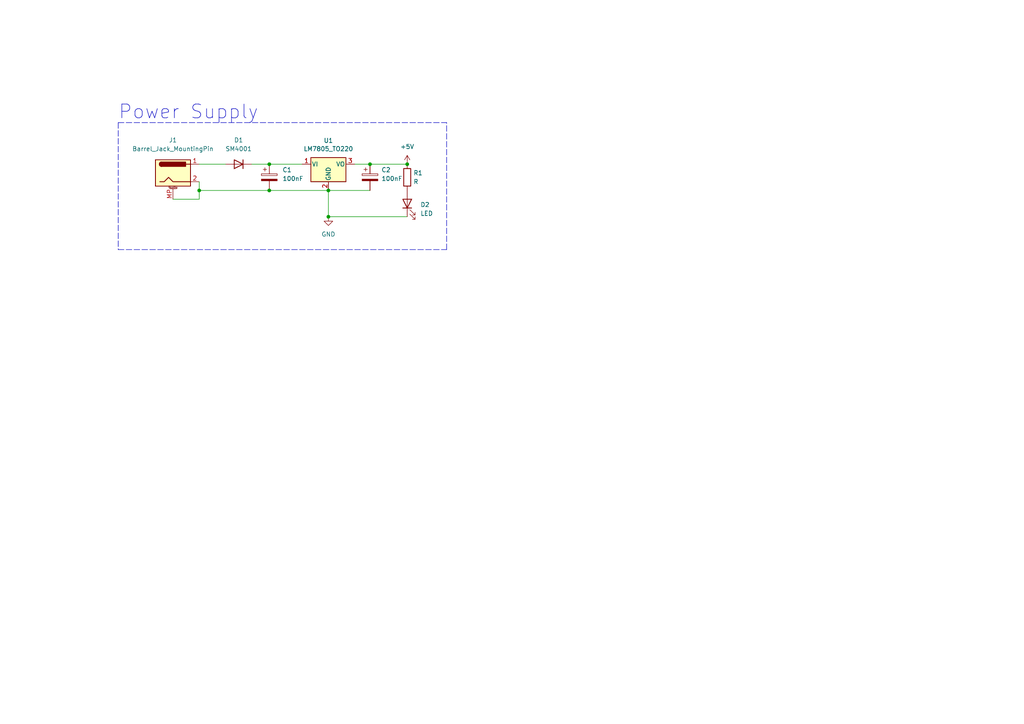
<source format=kicad_sch>
(kicad_sch (version 20211123) (generator eeschema)

  (uuid 2b3cd5ed-0fe7-4889-aa68-70d64377e4c2)

  (paper "A4")

  (lib_symbols
    (symbol "Connector:Barrel_Jack_MountingPin" (pin_names hide) (in_bom yes) (on_board yes)
      (property "Reference" "J" (id 0) (at 0 5.334 0)
        (effects (font (size 1.27 1.27)))
      )
      (property "Value" "Barrel_Jack_MountingPin" (id 1) (at 1.27 -6.35 0)
        (effects (font (size 1.27 1.27)) (justify left))
      )
      (property "Footprint" "" (id 2) (at 1.27 -1.016 0)
        (effects (font (size 1.27 1.27)) hide)
      )
      (property "Datasheet" "~" (id 3) (at 1.27 -1.016 0)
        (effects (font (size 1.27 1.27)) hide)
      )
      (property "ki_keywords" "DC power barrel jack connector" (id 4) (at 0 0 0)
        (effects (font (size 1.27 1.27)) hide)
      )
      (property "ki_description" "DC Barrel Jack with a mounting pin" (id 5) (at 0 0 0)
        (effects (font (size 1.27 1.27)) hide)
      )
      (property "ki_fp_filters" "BarrelJack*" (id 6) (at 0 0 0)
        (effects (font (size 1.27 1.27)) hide)
      )
      (symbol "Barrel_Jack_MountingPin_0_1"
        (rectangle (start -5.08 3.81) (end 5.08 -3.81)
          (stroke (width 0.254) (type default) (color 0 0 0 0))
          (fill (type background))
        )
        (arc (start -3.302 3.175) (mid -3.937 2.54) (end -3.302 1.905)
          (stroke (width 0.254) (type default) (color 0 0 0 0))
          (fill (type none))
        )
        (arc (start -3.302 3.175) (mid -3.937 2.54) (end -3.302 1.905)
          (stroke (width 0.254) (type default) (color 0 0 0 0))
          (fill (type outline))
        )
        (polyline
          (pts
            (xy 5.08 2.54)
            (xy 3.81 2.54)
          )
          (stroke (width 0.254) (type default) (color 0 0 0 0))
          (fill (type none))
        )
        (polyline
          (pts
            (xy -3.81 -2.54)
            (xy -2.54 -2.54)
            (xy -1.27 -1.27)
            (xy 0 -2.54)
            (xy 2.54 -2.54)
            (xy 5.08 -2.54)
          )
          (stroke (width 0.254) (type default) (color 0 0 0 0))
          (fill (type none))
        )
        (rectangle (start 3.683 3.175) (end -3.302 1.905)
          (stroke (width 0.254) (type default) (color 0 0 0 0))
          (fill (type outline))
        )
      )
      (symbol "Barrel_Jack_MountingPin_1_1"
        (polyline
          (pts
            (xy -1.016 -4.572)
            (xy 1.016 -4.572)
          )
          (stroke (width 0.1524) (type default) (color 0 0 0 0))
          (fill (type none))
        )
        (text "Mounting" (at 0 -4.191 0)
          (effects (font (size 0.381 0.381)))
        )
        (pin passive line (at 7.62 2.54 180) (length 2.54)
          (name "~" (effects (font (size 1.27 1.27))))
          (number "1" (effects (font (size 1.27 1.27))))
        )
        (pin passive line (at 7.62 -2.54 180) (length 2.54)
          (name "~" (effects (font (size 1.27 1.27))))
          (number "2" (effects (font (size 1.27 1.27))))
        )
        (pin passive line (at 0 -7.62 90) (length 3.048)
          (name "MountPin" (effects (font (size 1.27 1.27))))
          (number "MP" (effects (font (size 1.27 1.27))))
        )
      )
    )
    (symbol "Device:C_Polarized" (pin_numbers hide) (pin_names (offset 0.254)) (in_bom yes) (on_board yes)
      (property "Reference" "C" (id 0) (at 0.635 2.54 0)
        (effects (font (size 1.27 1.27)) (justify left))
      )
      (property "Value" "C_Polarized" (id 1) (at 0.635 -2.54 0)
        (effects (font (size 1.27 1.27)) (justify left))
      )
      (property "Footprint" "" (id 2) (at 0.9652 -3.81 0)
        (effects (font (size 1.27 1.27)) hide)
      )
      (property "Datasheet" "~" (id 3) (at 0 0 0)
        (effects (font (size 1.27 1.27)) hide)
      )
      (property "ki_keywords" "cap capacitor" (id 4) (at 0 0 0)
        (effects (font (size 1.27 1.27)) hide)
      )
      (property "ki_description" "Polarized capacitor" (id 5) (at 0 0 0)
        (effects (font (size 1.27 1.27)) hide)
      )
      (property "ki_fp_filters" "CP_*" (id 6) (at 0 0 0)
        (effects (font (size 1.27 1.27)) hide)
      )
      (symbol "C_Polarized_0_1"
        (rectangle (start -2.286 0.508) (end 2.286 1.016)
          (stroke (width 0) (type default) (color 0 0 0 0))
          (fill (type none))
        )
        (polyline
          (pts
            (xy -1.778 2.286)
            (xy -0.762 2.286)
          )
          (stroke (width 0) (type default) (color 0 0 0 0))
          (fill (type none))
        )
        (polyline
          (pts
            (xy -1.27 2.794)
            (xy -1.27 1.778)
          )
          (stroke (width 0) (type default) (color 0 0 0 0))
          (fill (type none))
        )
        (rectangle (start 2.286 -0.508) (end -2.286 -1.016)
          (stroke (width 0) (type default) (color 0 0 0 0))
          (fill (type outline))
        )
      )
      (symbol "C_Polarized_1_1"
        (pin passive line (at 0 3.81 270) (length 2.794)
          (name "~" (effects (font (size 1.27 1.27))))
          (number "1" (effects (font (size 1.27 1.27))))
        )
        (pin passive line (at 0 -3.81 90) (length 2.794)
          (name "~" (effects (font (size 1.27 1.27))))
          (number "2" (effects (font (size 1.27 1.27))))
        )
      )
    )
    (symbol "Device:LED" (pin_numbers hide) (pin_names (offset 1.016) hide) (in_bom yes) (on_board yes)
      (property "Reference" "D" (id 0) (at 0 2.54 0)
        (effects (font (size 1.27 1.27)))
      )
      (property "Value" "LED" (id 1) (at 0 -2.54 0)
        (effects (font (size 1.27 1.27)))
      )
      (property "Footprint" "" (id 2) (at 0 0 0)
        (effects (font (size 1.27 1.27)) hide)
      )
      (property "Datasheet" "~" (id 3) (at 0 0 0)
        (effects (font (size 1.27 1.27)) hide)
      )
      (property "ki_keywords" "LED diode" (id 4) (at 0 0 0)
        (effects (font (size 1.27 1.27)) hide)
      )
      (property "ki_description" "Light emitting diode" (id 5) (at 0 0 0)
        (effects (font (size 1.27 1.27)) hide)
      )
      (property "ki_fp_filters" "LED* LED_SMD:* LED_THT:*" (id 6) (at 0 0 0)
        (effects (font (size 1.27 1.27)) hide)
      )
      (symbol "LED_0_1"
        (polyline
          (pts
            (xy -1.27 -1.27)
            (xy -1.27 1.27)
          )
          (stroke (width 0.254) (type default) (color 0 0 0 0))
          (fill (type none))
        )
        (polyline
          (pts
            (xy -1.27 0)
            (xy 1.27 0)
          )
          (stroke (width 0) (type default) (color 0 0 0 0))
          (fill (type none))
        )
        (polyline
          (pts
            (xy 1.27 -1.27)
            (xy 1.27 1.27)
            (xy -1.27 0)
            (xy 1.27 -1.27)
          )
          (stroke (width 0.254) (type default) (color 0 0 0 0))
          (fill (type none))
        )
        (polyline
          (pts
            (xy -3.048 -0.762)
            (xy -4.572 -2.286)
            (xy -3.81 -2.286)
            (xy -4.572 -2.286)
            (xy -4.572 -1.524)
          )
          (stroke (width 0) (type default) (color 0 0 0 0))
          (fill (type none))
        )
        (polyline
          (pts
            (xy -1.778 -0.762)
            (xy -3.302 -2.286)
            (xy -2.54 -2.286)
            (xy -3.302 -2.286)
            (xy -3.302 -1.524)
          )
          (stroke (width 0) (type default) (color 0 0 0 0))
          (fill (type none))
        )
      )
      (symbol "LED_1_1"
        (pin passive line (at -3.81 0 0) (length 2.54)
          (name "K" (effects (font (size 1.27 1.27))))
          (number "1" (effects (font (size 1.27 1.27))))
        )
        (pin passive line (at 3.81 0 180) (length 2.54)
          (name "A" (effects (font (size 1.27 1.27))))
          (number "2" (effects (font (size 1.27 1.27))))
        )
      )
    )
    (symbol "Device:R" (pin_numbers hide) (pin_names (offset 0)) (in_bom yes) (on_board yes)
      (property "Reference" "R" (id 0) (at 2.032 0 90)
        (effects (font (size 1.27 1.27)))
      )
      (property "Value" "R" (id 1) (at 0 0 90)
        (effects (font (size 1.27 1.27)))
      )
      (property "Footprint" "" (id 2) (at -1.778 0 90)
        (effects (font (size 1.27 1.27)) hide)
      )
      (property "Datasheet" "~" (id 3) (at 0 0 0)
        (effects (font (size 1.27 1.27)) hide)
      )
      (property "ki_keywords" "R res resistor" (id 4) (at 0 0 0)
        (effects (font (size 1.27 1.27)) hide)
      )
      (property "ki_description" "Resistor" (id 5) (at 0 0 0)
        (effects (font (size 1.27 1.27)) hide)
      )
      (property "ki_fp_filters" "R_*" (id 6) (at 0 0 0)
        (effects (font (size 1.27 1.27)) hide)
      )
      (symbol "R_0_1"
        (rectangle (start -1.016 -2.54) (end 1.016 2.54)
          (stroke (width 0.254) (type default) (color 0 0 0 0))
          (fill (type none))
        )
      )
      (symbol "R_1_1"
        (pin passive line (at 0 3.81 270) (length 1.27)
          (name "~" (effects (font (size 1.27 1.27))))
          (number "1" (effects (font (size 1.27 1.27))))
        )
        (pin passive line (at 0 -3.81 90) (length 1.27)
          (name "~" (effects (font (size 1.27 1.27))))
          (number "2" (effects (font (size 1.27 1.27))))
        )
      )
    )
    (symbol "Diode:SM4001" (pin_numbers hide) (pin_names (offset 1.016) hide) (in_bom yes) (on_board yes)
      (property "Reference" "D" (id 0) (at 0 2.54 0)
        (effects (font (size 1.27 1.27)))
      )
      (property "Value" "SM4001" (id 1) (at 0 -2.54 0)
        (effects (font (size 1.27 1.27)))
      )
      (property "Footprint" "Diode_SMD:D_MELF" (id 2) (at 0 -4.445 0)
        (effects (font (size 1.27 1.27)) hide)
      )
      (property "Datasheet" "http://cdn-reichelt.de/documents/datenblatt/A400/SMD1N400%23DIO.pdf" (id 3) (at 0 0 0)
        (effects (font (size 1.27 1.27)) hide)
      )
      (property "ki_keywords" "diode" (id 4) (at 0 0 0)
        (effects (font (size 1.27 1.27)) hide)
      )
      (property "ki_description" "50V 1A General Purpose Rectifier Diode, MELF" (id 5) (at 0 0 0)
        (effects (font (size 1.27 1.27)) hide)
      )
      (property "ki_fp_filters" "D*MELF*" (id 6) (at 0 0 0)
        (effects (font (size 1.27 1.27)) hide)
      )
      (symbol "SM4001_0_1"
        (polyline
          (pts
            (xy -1.27 1.27)
            (xy -1.27 -1.27)
          )
          (stroke (width 0.254) (type default) (color 0 0 0 0))
          (fill (type none))
        )
        (polyline
          (pts
            (xy 1.27 0)
            (xy -1.27 0)
          )
          (stroke (width 0) (type default) (color 0 0 0 0))
          (fill (type none))
        )
        (polyline
          (pts
            (xy 1.27 1.27)
            (xy 1.27 -1.27)
            (xy -1.27 0)
            (xy 1.27 1.27)
          )
          (stroke (width 0.254) (type default) (color 0 0 0 0))
          (fill (type none))
        )
      )
      (symbol "SM4001_1_1"
        (pin passive line (at -3.81 0 0) (length 2.54)
          (name "K" (effects (font (size 1.27 1.27))))
          (number "1" (effects (font (size 1.27 1.27))))
        )
        (pin passive line (at 3.81 0 180) (length 2.54)
          (name "A" (effects (font (size 1.27 1.27))))
          (number "2" (effects (font (size 1.27 1.27))))
        )
      )
    )
    (symbol "Regulator_Linear:LM7805_TO220" (pin_names (offset 0.254)) (in_bom yes) (on_board yes)
      (property "Reference" "U" (id 0) (at -3.81 3.175 0)
        (effects (font (size 1.27 1.27)))
      )
      (property "Value" "LM7805_TO220" (id 1) (at 0 3.175 0)
        (effects (font (size 1.27 1.27)) (justify left))
      )
      (property "Footprint" "Package_TO_SOT_THT:TO-220-3_Vertical" (id 2) (at 0 5.715 0)
        (effects (font (size 1.27 1.27) italic) hide)
      )
      (property "Datasheet" "https://www.onsemi.cn/PowerSolutions/document/MC7800-D.PDF" (id 3) (at 0 -1.27 0)
        (effects (font (size 1.27 1.27)) hide)
      )
      (property "ki_keywords" "Voltage Regulator 1A Positive" (id 4) (at 0 0 0)
        (effects (font (size 1.27 1.27)) hide)
      )
      (property "ki_description" "Positive 1A 35V Linear Regulator, Fixed Output 5V, TO-220" (id 5) (at 0 0 0)
        (effects (font (size 1.27 1.27)) hide)
      )
      (property "ki_fp_filters" "TO?220*" (id 6) (at 0 0 0)
        (effects (font (size 1.27 1.27)) hide)
      )
      (symbol "LM7805_TO220_0_1"
        (rectangle (start -5.08 1.905) (end 5.08 -5.08)
          (stroke (width 0.254) (type default) (color 0 0 0 0))
          (fill (type background))
        )
      )
      (symbol "LM7805_TO220_1_1"
        (pin power_in line (at -7.62 0 0) (length 2.54)
          (name "VI" (effects (font (size 1.27 1.27))))
          (number "1" (effects (font (size 1.27 1.27))))
        )
        (pin power_in line (at 0 -7.62 90) (length 2.54)
          (name "GND" (effects (font (size 1.27 1.27))))
          (number "2" (effects (font (size 1.27 1.27))))
        )
        (pin power_out line (at 7.62 0 180) (length 2.54)
          (name "VO" (effects (font (size 1.27 1.27))))
          (number "3" (effects (font (size 1.27 1.27))))
        )
      )
    )
    (symbol "power:+5V" (power) (pin_names (offset 0)) (in_bom yes) (on_board yes)
      (property "Reference" "#PWR" (id 0) (at 0 -3.81 0)
        (effects (font (size 1.27 1.27)) hide)
      )
      (property "Value" "+5V" (id 1) (at 0 3.556 0)
        (effects (font (size 1.27 1.27)))
      )
      (property "Footprint" "" (id 2) (at 0 0 0)
        (effects (font (size 1.27 1.27)) hide)
      )
      (property "Datasheet" "" (id 3) (at 0 0 0)
        (effects (font (size 1.27 1.27)) hide)
      )
      (property "ki_keywords" "power-flag" (id 4) (at 0 0 0)
        (effects (font (size 1.27 1.27)) hide)
      )
      (property "ki_description" "Power symbol creates a global label with name \"+5V\"" (id 5) (at 0 0 0)
        (effects (font (size 1.27 1.27)) hide)
      )
      (symbol "+5V_0_1"
        (polyline
          (pts
            (xy -0.762 1.27)
            (xy 0 2.54)
          )
          (stroke (width 0) (type default) (color 0 0 0 0))
          (fill (type none))
        )
        (polyline
          (pts
            (xy 0 0)
            (xy 0 2.54)
          )
          (stroke (width 0) (type default) (color 0 0 0 0))
          (fill (type none))
        )
        (polyline
          (pts
            (xy 0 2.54)
            (xy 0.762 1.27)
          )
          (stroke (width 0) (type default) (color 0 0 0 0))
          (fill (type none))
        )
      )
      (symbol "+5V_1_1"
        (pin power_in line (at 0 0 90) (length 0) hide
          (name "+5V" (effects (font (size 1.27 1.27))))
          (number "1" (effects (font (size 1.27 1.27))))
        )
      )
    )
    (symbol "power:GND" (power) (pin_names (offset 0)) (in_bom yes) (on_board yes)
      (property "Reference" "#PWR" (id 0) (at 0 -6.35 0)
        (effects (font (size 1.27 1.27)) hide)
      )
      (property "Value" "GND" (id 1) (at 0 -3.81 0)
        (effects (font (size 1.27 1.27)))
      )
      (property "Footprint" "" (id 2) (at 0 0 0)
        (effects (font (size 1.27 1.27)) hide)
      )
      (property "Datasheet" "" (id 3) (at 0 0 0)
        (effects (font (size 1.27 1.27)) hide)
      )
      (property "ki_keywords" "power-flag" (id 4) (at 0 0 0)
        (effects (font (size 1.27 1.27)) hide)
      )
      (property "ki_description" "Power symbol creates a global label with name \"GND\" , ground" (id 5) (at 0 0 0)
        (effects (font (size 1.27 1.27)) hide)
      )
      (symbol "GND_0_1"
        (polyline
          (pts
            (xy 0 0)
            (xy 0 -1.27)
            (xy 1.27 -1.27)
            (xy 0 -2.54)
            (xy -1.27 -1.27)
            (xy 0 -1.27)
          )
          (stroke (width 0) (type default) (color 0 0 0 0))
          (fill (type none))
        )
      )
      (symbol "GND_1_1"
        (pin power_in line (at 0 0 270) (length 0) hide
          (name "GND" (effects (font (size 1.27 1.27))))
          (number "1" (effects (font (size 1.27 1.27))))
        )
      )
    )
  )


  (junction (at 107.315 47.625) (diameter 0) (color 0 0 0 0)
    (uuid 211e3a0c-50c6-4f20-a140-19417533aa01)
  )
  (junction (at 95.25 55.245) (diameter 0) (color 0 0 0 0)
    (uuid 5a885d2b-4e86-4612-b692-c607c784b6df)
  )
  (junction (at 95.25 62.865) (diameter 0) (color 0 0 0 0)
    (uuid 8a068184-2da7-44da-9e5f-8d300af7cebf)
  )
  (junction (at 78.105 47.625) (diameter 0) (color 0 0 0 0)
    (uuid 928288a8-55c6-4107-a8d4-fa914851bff7)
  )
  (junction (at 57.785 55.245) (diameter 0) (color 0 0 0 0)
    (uuid a1bc6d70-2cdd-4a43-940c-e5b6f0f2759f)
  )
  (junction (at 78.105 55.245) (diameter 0) (color 0 0 0 0)
    (uuid b65f35e3-8497-4725-811a-09d18ee6213a)
  )
  (junction (at 118.11 47.625) (diameter 0) (color 0 0 0 0)
    (uuid fdb4c5f0-3da8-4cf6-9638-d54017807100)
  )

  (wire (pts (xy 118.11 62.865) (xy 95.25 62.865))
    (stroke (width 0) (type default) (color 0 0 0 0))
    (uuid 023b6c1f-0ca7-43a3-b76d-e09c9b05740f)
  )
  (wire (pts (xy 102.87 47.625) (xy 107.315 47.625))
    (stroke (width 0) (type default) (color 0 0 0 0))
    (uuid 026f139a-fcef-4755-89cc-45d561bc2dae)
  )
  (wire (pts (xy 78.105 55.245) (xy 57.785 55.245))
    (stroke (width 0) (type default) (color 0 0 0 0))
    (uuid 1d6892cd-3fb7-466b-a5d3-e75c91428602)
  )
  (wire (pts (xy 78.105 55.245) (xy 95.25 55.245))
    (stroke (width 0) (type default) (color 0 0 0 0))
    (uuid 1edca0df-622f-4007-b004-21db983f1cdc)
  )
  (wire (pts (xy 57.785 47.625) (xy 65.405 47.625))
    (stroke (width 0) (type default) (color 0 0 0 0))
    (uuid 25d3404d-73ca-4b35-8283-8297e03f93fe)
  )
  (polyline (pts (xy 34.29 72.39) (xy 129.54 72.39))
    (stroke (width 0) (type default) (color 0 0 0 0))
    (uuid 3f3661fb-27a3-4852-ab6a-e34091491318)
  )

  (wire (pts (xy 73.025 47.625) (xy 78.105 47.625))
    (stroke (width 0) (type default) (color 0 0 0 0))
    (uuid 4736f92b-92b6-4f6b-989a-22f9222d8ecd)
  )
  (wire (pts (xy 95.25 55.245) (xy 107.315 55.245))
    (stroke (width 0) (type default) (color 0 0 0 0))
    (uuid 545d7e3a-8c65-4873-a87c-22596d920bf2)
  )
  (wire (pts (xy 50.165 57.785) (xy 57.785 57.785))
    (stroke (width 0) (type default) (color 0 0 0 0))
    (uuid 60d91de1-7857-4125-bf00-715527c183c3)
  )
  (polyline (pts (xy 129.54 72.39) (xy 129.54 35.56))
    (stroke (width 0) (type default) (color 0 0 0 0))
    (uuid 7309f054-3426-44cc-abd3-b6c88617566f)
  )

  (wire (pts (xy 57.785 55.245) (xy 57.785 57.785))
    (stroke (width 0) (type default) (color 0 0 0 0))
    (uuid 75c01194-615f-4179-99ed-7b8478c67122)
  )
  (wire (pts (xy 107.315 47.625) (xy 118.11 47.625))
    (stroke (width 0) (type default) (color 0 0 0 0))
    (uuid 7fbadb87-8a72-4777-b1ce-9a982c075e6c)
  )
  (wire (pts (xy 95.25 62.865) (xy 95.25 55.245))
    (stroke (width 0) (type default) (color 0 0 0 0))
    (uuid 9c9d5c8d-a4da-4d24-a9a4-40f28adc5159)
  )
  (polyline (pts (xy 34.29 35.56) (xy 34.29 72.39))
    (stroke (width 0) (type default) (color 0 0 0 0))
    (uuid a4d36bb0-e138-46ca-a01f-248537e97cfe)
  )

  (wire (pts (xy 57.785 52.705) (xy 57.785 55.245))
    (stroke (width 0) (type default) (color 0 0 0 0))
    (uuid bd20d3f3-5776-4535-84fe-761c43c590e1)
  )
  (polyline (pts (xy 34.29 35.56) (xy 129.54 35.56))
    (stroke (width 0) (type default) (color 0 0 0 0))
    (uuid ef8c9325-9c74-470b-818c-eb1fd2902c27)
  )

  (wire (pts (xy 78.105 47.625) (xy 87.63 47.625))
    (stroke (width 0) (type default) (color 0 0 0 0))
    (uuid f903030c-98ef-4e85-9b7f-4b5e9658a306)
  )

  (text "Power Supply" (at 34.29 34.925 0)
    (effects (font (size 4 4)) (justify left bottom))
    (uuid e606eeb6-247d-48bf-a18c-f307d3c3ed7c)
  )

  (symbol (lib_id "Regulator_Linear:LM7805_TO220") (at 95.25 47.625 0) (unit 1)
    (in_bom yes) (on_board yes)
    (uuid 21bf3c4f-06c4-44c3-ae9f-cf625c3b371f)
    (property "Reference" "U1" (id 0) (at 95.25 40.767 0))
    (property "Value" "LM7805_TO220" (id 1) (at 95.25 43.18 0))
    (property "Footprint" "Package_TO_SOT_THT:TO-220-3_Vertical" (id 2) (at 95.25 41.91 0)
      (effects (font (size 1.27 1.27) italic) hide)
    )
    (property "Datasheet" "https://www.onsemi.cn/PowerSolutions/document/MC7800-D.PDF" (id 3) (at 95.25 48.895 0)
      (effects (font (size 1.27 1.27)) hide)
    )
    (pin "1" (uuid 16363d05-f1cc-460e-8a8a-58d3971e4cad))
    (pin "2" (uuid 8b3eff58-9727-4b26-9754-91dc9b5fe85c))
    (pin "3" (uuid 576f04fa-e88c-4507-bb64-d66e6b8aac57))
  )

  (symbol (lib_id "power:+5V") (at 118.11 47.625 0) (unit 1)
    (in_bom yes) (on_board yes) (fields_autoplaced)
    (uuid 3d201594-2b0f-4cae-b74f-1ec836f94666)
    (property "Reference" "#PWR0101" (id 0) (at 118.11 51.435 0)
      (effects (font (size 1.27 1.27)) hide)
    )
    (property "Value" "+5V" (id 1) (at 118.11 42.545 0))
    (property "Footprint" "" (id 2) (at 118.11 47.625 0)
      (effects (font (size 1.27 1.27)) hide)
    )
    (property "Datasheet" "" (id 3) (at 118.11 47.625 0)
      (effects (font (size 1.27 1.27)) hide)
    )
    (pin "1" (uuid 4ec65704-d4c9-4a38-ad01-9c95cb09b85a))
  )

  (symbol (lib_id "Device:LED") (at 118.11 59.055 90) (unit 1)
    (in_bom yes) (on_board yes) (fields_autoplaced)
    (uuid 44d5a561-d147-45a7-8244-9072c92b4db1)
    (property "Reference" "D2" (id 0) (at 121.92 59.3724 90)
      (effects (font (size 1.27 1.27)) (justify right))
    )
    (property "Value" "LED" (id 1) (at 121.92 61.9124 90)
      (effects (font (size 1.27 1.27)) (justify right))
    )
    (property "Footprint" "LED_SMD:LED_0603_1608Metric" (id 2) (at 118.11 59.055 0)
      (effects (font (size 1.27 1.27)) hide)
    )
    (property "Datasheet" "~" (id 3) (at 118.11 59.055 0)
      (effects (font (size 1.27 1.27)) hide)
    )
    (pin "1" (uuid 33c09d58-da61-40e8-9bba-4cdb8a1a0ea1))
    (pin "2" (uuid 9dc4fdbd-73de-4b40-8aeb-6dfbd147afe9))
  )

  (symbol (lib_id "Device:C_Polarized") (at 107.315 51.435 0) (unit 1)
    (in_bom yes) (on_board yes) (fields_autoplaced)
    (uuid 60a7f5ce-8dd0-45d7-af49-b7be53367724)
    (property "Reference" "C2" (id 0) (at 110.617 49.2759 0)
      (effects (font (size 1.27 1.27)) (justify left))
    )
    (property "Value" "100nF" (id 1) (at 110.617 51.8159 0)
      (effects (font (size 1.27 1.27)) (justify left))
    )
    (property "Footprint" "Capacitor_THT:CP_Radial_D6.3mm_P2.50mm" (id 2) (at 108.2802 55.245 0)
      (effects (font (size 1.27 1.27)) hide)
    )
    (property "Datasheet" "~" (id 3) (at 107.315 51.435 0)
      (effects (font (size 1.27 1.27)) hide)
    )
    (pin "1" (uuid ff060ad7-aadd-4365-a9b7-43c5f88bde15))
    (pin "2" (uuid f1a77848-f59f-4504-8754-4fa3c9b85452))
  )

  (symbol (lib_id "Connector:Barrel_Jack_MountingPin") (at 50.165 50.165 0) (unit 1)
    (in_bom yes) (on_board yes) (fields_autoplaced)
    (uuid 6a531abf-c3c8-495b-bfb5-1013b57c4d96)
    (property "Reference" "J1" (id 0) (at 50.165 40.64 0))
    (property "Value" "Barrel_Jack_MountingPin" (id 1) (at 50.165 43.18 0))
    (property "Footprint" "Connector_BarrelJack:BarrelJack_GCT_DCJ200-10-A_Horizontal" (id 2) (at 51.435 51.181 0)
      (effects (font (size 1.27 1.27)) hide)
    )
    (property "Datasheet" "~" (id 3) (at 51.435 51.181 0)
      (effects (font (size 1.27 1.27)) hide)
    )
    (pin "1" (uuid b20480d8-15b2-4b86-9b5c-8196bbd0ec8c))
    (pin "2" (uuid f764cdca-ea31-4c3b-aab4-c2534e65b685))
    (pin "MP" (uuid ce7400d1-31bb-406e-ac74-aed3f57269ff))
  )

  (symbol (lib_id "power:GND") (at 95.25 62.865 0) (unit 1)
    (in_bom yes) (on_board yes) (fields_autoplaced)
    (uuid 7b28ed4c-fa02-409c-abc0-daf822f6c293)
    (property "Reference" "#PWR0102" (id 0) (at 95.25 69.215 0)
      (effects (font (size 1.27 1.27)) hide)
    )
    (property "Value" "GND" (id 1) (at 95.25 67.945 0))
    (property "Footprint" "" (id 2) (at 95.25 62.865 0)
      (effects (font (size 1.27 1.27)) hide)
    )
    (property "Datasheet" "" (id 3) (at 95.25 62.865 0)
      (effects (font (size 1.27 1.27)) hide)
    )
    (pin "1" (uuid 78485648-e6a1-4f7f-b9ad-f4160cb31764))
  )

  (symbol (lib_id "Device:C_Polarized") (at 78.105 51.435 0) (unit 1)
    (in_bom yes) (on_board yes) (fields_autoplaced)
    (uuid c9bff419-6d8b-44da-bc04-d0cb4c82bb20)
    (property "Reference" "C1" (id 0) (at 81.915 49.2759 0)
      (effects (font (size 1.27 1.27)) (justify left))
    )
    (property "Value" "100nF" (id 1) (at 81.915 51.8159 0)
      (effects (font (size 1.27 1.27)) (justify left))
    )
    (property "Footprint" "Capacitor_THT:CP_Radial_D6.3mm_P2.50mm" (id 2) (at 79.0702 55.245 0)
      (effects (font (size 1.27 1.27)) hide)
    )
    (property "Datasheet" "~" (id 3) (at 78.105 51.435 0)
      (effects (font (size 1.27 1.27)) hide)
    )
    (pin "1" (uuid c1ccd30e-6078-43c2-a2ad-7750188627e0))
    (pin "2" (uuid 598a3b4e-e5fa-445f-a5d3-a216f2dee3ea))
  )

  (symbol (lib_id "Diode:SM4001") (at 69.215 47.625 180) (unit 1)
    (in_bom yes) (on_board yes) (fields_autoplaced)
    (uuid df8cfb4b-d51f-4fb9-85bc-3d750ccbbc83)
    (property "Reference" "D1" (id 0) (at 69.215 40.64 0))
    (property "Value" "SM4001" (id 1) (at 69.215 43.18 0))
    (property "Footprint" "Diode_SMD:D_MELF" (id 2) (at 69.215 43.18 0)
      (effects (font (size 1.27 1.27)) hide)
    )
    (property "Datasheet" "http://cdn-reichelt.de/documents/datenblatt/A400/SMD1N400%23DIO.pdf" (id 3) (at 69.215 47.625 0)
      (effects (font (size 1.27 1.27)) hide)
    )
    (pin "1" (uuid 6bfe0a68-1272-48a8-b147-7042d914542f))
    (pin "2" (uuid a708b39d-830d-4f89-83f7-badcd35376e5))
  )

  (symbol (lib_id "Device:R") (at 118.11 51.435 0) (unit 1)
    (in_bom yes) (on_board yes) (fields_autoplaced)
    (uuid f4edbe97-b889-4135-81d8-5cea24278696)
    (property "Reference" "R1" (id 0) (at 119.888 50.1649 0)
      (effects (font (size 1.27 1.27)) (justify left))
    )
    (property "Value" "R" (id 1) (at 119.888 52.7049 0)
      (effects (font (size 1.27 1.27)) (justify left))
    )
    (property "Footprint" "Resistor_SMD:R_0603_1608Metric" (id 2) (at 116.332 51.435 90)
      (effects (font (size 1.27 1.27)) hide)
    )
    (property "Datasheet" "~" (id 3) (at 118.11 51.435 0)
      (effects (font (size 1.27 1.27)) hide)
    )
    (pin "1" (uuid 95c7f8da-c151-4867-8b8c-3cd2f4b7b0a6))
    (pin "2" (uuid eb31dc6f-58f0-406d-a4a1-a9fcacd0c1af))
  )

  (sheet_instances
    (path "/" (page "1"))
  )

  (symbol_instances
    (path "/3d201594-2b0f-4cae-b74f-1ec836f94666"
      (reference "#PWR0101") (unit 1) (value "+5V") (footprint "")
    )
    (path "/7b28ed4c-fa02-409c-abc0-daf822f6c293"
      (reference "#PWR0102") (unit 1) (value "GND") (footprint "")
    )
    (path "/c9bff419-6d8b-44da-bc04-d0cb4c82bb20"
      (reference "C1") (unit 1) (value "100nF") (footprint "Capacitor_THT:CP_Radial_D6.3mm_P2.50mm")
    )
    (path "/60a7f5ce-8dd0-45d7-af49-b7be53367724"
      (reference "C2") (unit 1) (value "100nF") (footprint "Capacitor_THT:CP_Radial_D6.3mm_P2.50mm")
    )
    (path "/df8cfb4b-d51f-4fb9-85bc-3d750ccbbc83"
      (reference "D1") (unit 1) (value "SM4001") (footprint "Diode_SMD:D_MELF")
    )
    (path "/44d5a561-d147-45a7-8244-9072c92b4db1"
      (reference "D2") (unit 1) (value "LED") (footprint "LED_SMD:LED_0603_1608Metric")
    )
    (path "/6a531abf-c3c8-495b-bfb5-1013b57c4d96"
      (reference "J1") (unit 1) (value "Barrel_Jack_MountingPin") (footprint "Connector_BarrelJack:BarrelJack_GCT_DCJ200-10-A_Horizontal")
    )
    (path "/f4edbe97-b889-4135-81d8-5cea24278696"
      (reference "R1") (unit 1) (value "R") (footprint "Resistor_SMD:R_0603_1608Metric")
    )
    (path "/21bf3c4f-06c4-44c3-ae9f-cf625c3b371f"
      (reference "U1") (unit 1) (value "LM7805_TO220") (footprint "Package_TO_SOT_THT:TO-220-3_Vertical")
    )
  )
)

</source>
